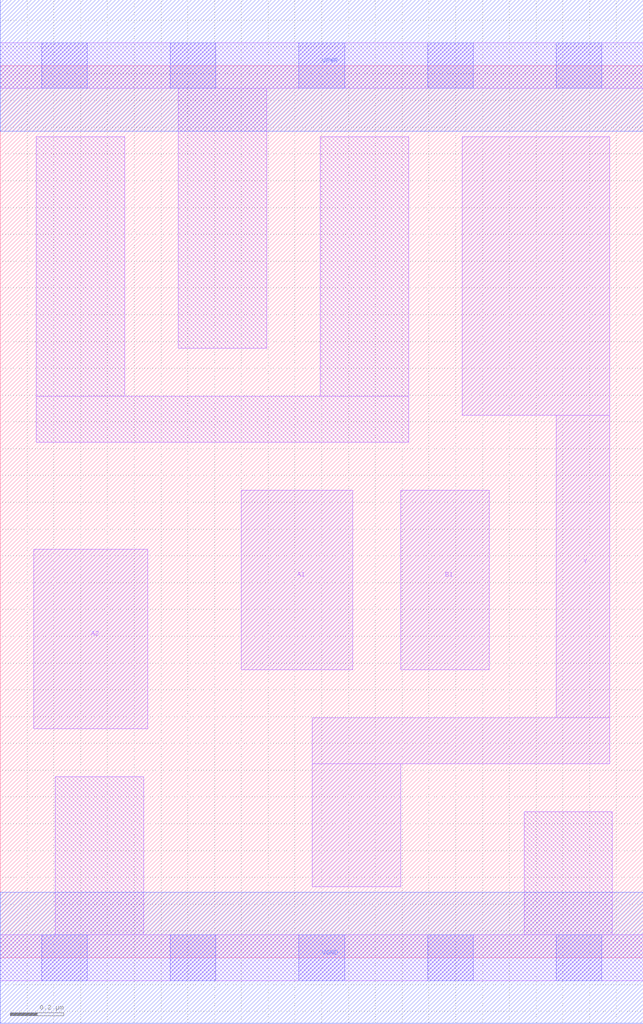
<source format=lef>
# Copyright 2020 The SkyWater PDK Authors
#
# Licensed under the Apache License, Version 2.0 (the "License");
# you may not use this file except in compliance with the License.
# You may obtain a copy of the License at
#
#     https://www.apache.org/licenses/LICENSE-2.0
#
# Unless required by applicable law or agreed to in writing, software
# distributed under the License is distributed on an "AS IS" BASIS,
# WITHOUT WARRANTIES OR CONDITIONS OF ANY KIND, either express or implied.
# See the License for the specific language governing permissions and
# limitations under the License.
#
# SPDX-License-Identifier: Apache-2.0

VERSION 5.7 ;
  NAMESCASESENSITIVE ON ;
  NOWIREEXTENSIONATPIN ON ;
  DIVIDERCHAR "/" ;
  BUSBITCHARS "[]" ;
UNITS
  DATABASE MICRONS 200 ;
END UNITS
MACRO sky130_fd_sc_lp__a21oi_lp
  CLASS CORE ;
  SOURCE USER ;
  FOREIGN sky130_fd_sc_lp__a21oi_lp ;
  ORIGIN  0.000000  0.000000 ;
  SIZE  2.400000 BY  3.330000 ;
  SYMMETRY X Y R90 ;
  SITE unit ;
  PIN A1
    ANTENNAGATEAREA  0.313000 ;
    DIRECTION INPUT ;
    USE SIGNAL ;
    PORT
      LAYER li1 ;
        RECT 0.900000 1.075000 1.315000 1.745000 ;
    END
  END A1
  PIN A2
    ANTENNAGATEAREA  0.313000 ;
    DIRECTION INPUT ;
    USE SIGNAL ;
    PORT
      LAYER li1 ;
        RECT 0.125000 0.855000 0.550000 1.525000 ;
    END
  END A2
  PIN B1
    ANTENNAGATEAREA  0.376000 ;
    DIRECTION INPUT ;
    USE SIGNAL ;
    PORT
      LAYER li1 ;
        RECT 1.495000 1.075000 1.825000 1.745000 ;
    END
  END B1
  PIN Y
    ANTENNADIFFAREA  0.461400 ;
    DIRECTION OUTPUT ;
    USE SIGNAL ;
    PORT
      LAYER li1 ;
        RECT 1.165000 0.265000 1.495000 0.725000 ;
        RECT 1.165000 0.725000 2.275000 0.895000 ;
        RECT 1.725000 2.025000 2.275000 3.065000 ;
        RECT 2.075000 0.895000 2.275000 2.025000 ;
    END
  END Y
  PIN VGND
    DIRECTION INOUT ;
    USE GROUND ;
    PORT
      LAYER met1 ;
        RECT 0.000000 -0.245000 2.400000 0.245000 ;
    END
  END VGND
  PIN VPWR
    DIRECTION INOUT ;
    USE POWER ;
    PORT
      LAYER met1 ;
        RECT 0.000000 3.085000 2.400000 3.575000 ;
    END
  END VPWR
  OBS
    LAYER li1 ;
      RECT 0.000000 -0.085000 2.400000 0.085000 ;
      RECT 0.000000  3.245000 2.400000 3.415000 ;
      RECT 0.135000  1.925000 1.525000 2.095000 ;
      RECT 0.135000  2.095000 0.465000 3.065000 ;
      RECT 0.205000  0.085000 0.535000 0.675000 ;
      RECT 0.665000  2.275000 0.995000 3.245000 ;
      RECT 1.195000  2.095000 1.525000 3.065000 ;
      RECT 1.955000  0.085000 2.285000 0.545000 ;
    LAYER mcon ;
      RECT 0.155000 -0.085000 0.325000 0.085000 ;
      RECT 0.155000  3.245000 0.325000 3.415000 ;
      RECT 0.635000 -0.085000 0.805000 0.085000 ;
      RECT 0.635000  3.245000 0.805000 3.415000 ;
      RECT 1.115000 -0.085000 1.285000 0.085000 ;
      RECT 1.115000  3.245000 1.285000 3.415000 ;
      RECT 1.595000 -0.085000 1.765000 0.085000 ;
      RECT 1.595000  3.245000 1.765000 3.415000 ;
      RECT 2.075000 -0.085000 2.245000 0.085000 ;
      RECT 2.075000  3.245000 2.245000 3.415000 ;
  END
END sky130_fd_sc_lp__a21oi_lp
END LIBRARY

</source>
